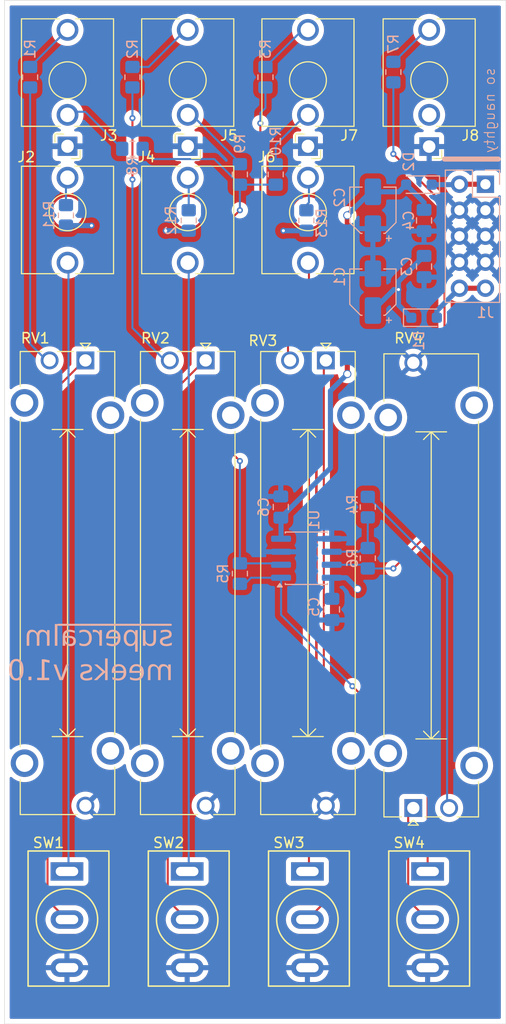
<source format=kicad_pcb>
(kicad_pcb (version 20241229) (generator "pcbnew") (generator_version "9.0")
  (layers (0 "F.Cu" signal) (2 "B.Cu" signal) (13 "F.Paste" user) (15 "B.Paste" user) (5 "F.SilkS" user "F.Silkscreen") (7 "B.SilkS" user "B.Silkscreen") (1 "F.Mask" user) (3 "B.Mask" user) (25 "Edge.Cuts" user))
  (net 0 "")
  (net 1 "+12V")
  (net 2 "GND")
  (net 3 "-12V")
  (net 4 "Net-(D1-A)")
  (net 5 "Net-(D2-K)")
  (net 6 "Net-(U1A--)")
  (net 7 "Net-(R1-Pad1)")
  (net 8 "Net-(R2-Pad1)")
  (net 9 "Net-(R3-Pad1)")
  (net 10 "Net-(U1B--)")
  (net 11 "Net-(R4-Pad1)")
  (net 12 "Net-(J3-Pad3)")
  (net 13 "Net-(J5-Pad3)")
  (net 14 "Net-(J7-Pad3)")
  (net 15 "Net-(J8-Pad3)")
  (net 17 "Net-(R6-Pad2)")
  (net 18 "Net-(SW1-A)")
  (net 19 "Net-(SW2-A)")
  (net 20 "Net-(SW3-A)")
  (net 21 "Net-(SW1-B)")
  (net 22 "Net-(SW2-B)")
  (net 23 "Net-(SW3-B)")
  (net 24 "Net-(J3-Pad2)")
  (net 25 "Net-(J5-Pad2)")
  (net 26 "Net-(J7-Pad2)")
  (net 27 "Net-(SW4-A)")
  (net 28 "Net-(SW4-B)")
  (net 29 "Net-(J2-Pad2)")
  (net 30 "Net-(J4-Pad2)")
  (net 31 "Net-(J6-Pad2)")
  (footprint "mong:Potentiometer_Bourns_PTA3043_Single_Slide" (layer "F.Cu") (at 239.95 128.9 90)
    (property "Reference" "RV4" (at 45.9 -0.45 180) (layer "F.SilkS"))
    (property "Value" "100k")
    (pad "1" thru_hole rect (at 0 0 90) (size 1.75 1.75) (drill 1.2) (layers "*.Cu" "*.Mask") (net 28 "Net-(SW4-B)"))
    (pad "2" thru_hole circle (at 0 3.5 90) (size 1.75 1.75) (drill 1.2) (layers "*.Cu" "*.Mask") (net 11 "Net-(R4-Pad1)"))
    (pad "3" thru_hole circle (at 43.5 0 90) (size 1.75 1.75) (drill 1.2) (layers "*.Cu" "*.Mask") (net 2 "GND"))
    (pad "MP" thru_hole circle (at 4.15 5.95 90) (size 2.7 2.7) (drill 1.7) (layers "*.Cu" "*.Mask"))
    (pad "MP" thru_hole circle (at 5.35 -2.45 90) (size 2.7 2.7) (drill 1.7) (layers "*.Cu" "*.Mask"))
    (pad "MP" thru_hole circle (at 38.15 -2.45 90) (size 2.7 2.7) (drill 1.7) (layers "*.Cu" "*.Mask"))
    (pad "MP" thru_hole circle (at 39.35 5.95 90) (size 2.7 2.7) (drill 1.7) (layers "*.Cu" "*.Mask"))
  )
  (footprint "benjiaomodular:ToggleSwitch_MTS-102_SPDT" (layer "F.Cu") (at 217.85 139.8)
    (property "Reference" "SW2" (at -1.8 -7.5 0) (layer "F.SilkS"))
    (property "Value" "SW_SPDT" (hide yes))
    (pad "1" thru_hole rect (at 0 -4.7) (size 3.2 1.8) (drill oval 2.2 0.9) (layers "*.Cu" "*.Mask") (net 19 "Net-(SW2-A)"))
    (pad "2" thru_hole oval (at 0 0) (size 3.2 1.8) (drill oval 2.2 0.9) (layers "*.Cu" "*.Mask") (net 22 "Net-(SW2-B)"))
    (pad "3" thru_hole oval (at 0 4.7) (size 3.2 1.8) (drill oval 2.2 0.9) (layers "*.Cu" "*.Mask") (net 2 "GND"))
  )
  (footprint "benjiaomodular:ToggleSwitch_MTS-102_SPDT" (layer "F.Cu") (at 241.35 139.8)
    (property "Reference" "SW4" (at -1.8 -7.5 0) (layer "F.SilkS"))
    (property "Value" "SW_SPDT" (hide yes))
    (pad "1" thru_hole rect (at 0 -4.7) (size 3.2 1.8) (drill oval 2.2 0.9) (layers "*.Cu" "*.Mask") (net 27 "Net-(SW4-A)"))
    (pad "2" thru_hole oval (at 0 0) (size 3.2 1.8) (drill oval 2.2 0.9) (layers "*.Cu" "*.Mask") (net 28 "Net-(SW4-B)"))
    (pad "3" thru_hole oval (at 0 4.7) (size 3.2 1.8) (drill oval 2.2 0.9) (layers "*.Cu" "*.Mask") (net 2 "GND"))
  )
  (footprint "mong:Thonkiconn_J398SM_Vertical_CircularHoles" (layer "F.Cu") (at 217.903678 64.22)
    (property "Reference" "J4" (at -4.03 1.08 0) (layer "F.SilkS"))
    (property "Value" "Jack")
    (pad "1" thru_hole rect (at 0 0 180) (size 1.93 1.83) (drill 1.22) (layers "*.Cu" "*.Mask") (net 2 "GND"))
    (pad "2" thru_hole circle (at 0 3.1 180) (size 2.13 2.13) (drill 1.42) (layers "*.Cu" "*.Mask") (net 30 "Net-(J4-Pad2)"))
    (pad "3" thru_hole circle (at 0 11.4 180) (size 2.13 2.13) (drill 1.43) (layers "*.Cu" "*.Mask") (net 19 "Net-(SW2-A)"))
    (zone (net 0) (net_name "") (layer "F.Cu") (connect_pads (clearance 0)) (min_thickness 0.254)
      (keepout (tracks not_allowed) (vias not_allowed) (pads not_allowed) (copperpour not_allowed) (footprints not_allowed))
      (fill (thermal_gap 0.508) (thermal_bridge_width 0.508))
      (polygon (pts (xy 219.408819 70.7) (xy 219.388608 70.454171) (xy 219.328519 70.214945) (xy 219.230164 69.988744) (xy 219.096186 69.781645) (xy 218.930182 69.59921) (xy 218.73661 69.446336) (xy 218.52067 69.327131) (xy 218.28816 69.244794) (xy 218.045324 69.201539) (xy 217.798685 69.198525) (xy 217.554865 69.235835) (xy 217.320412 69.312466) (xy 217.101624 69.42636) (xy 216.904375 69.574458) (xy 216.733964 69.752784) (xy 216.594966 69.956548) (xy 216.491114 70.180278) (xy 216.425197 70.417965) (xy 216.398986 70.663226) (xy 216.413185 70.909475) (xy 216.467412 71.150099) (xy 216.56021 71.378634) (xy 216.689089 71.588945) (xy 216.850586 71.775382) (xy 217.040365 71.932939) (xy 217.253328 72.057385) (xy 217.483757 72.145377) (xy 217.725463 72.194553) (xy 217.971956 72.203592) (xy 218.216614 72.17225) (xy 218.452869 72.10137) (xy 218.674375 71.992856) (xy 218.875183 71.849621) (xy 219.049901 71.675512) (xy 219.193836 71.475205) (xy 219.303123 71.254079) (xy 219.374827 71.018074) (xy 219.407022 70.773526)))
    )
  )
  (footprint "mong:Thonkiconn_J398SM_Vertical_CircularHoles" (layer "F.Cu") (at 206.153678 64.28 180)
    (property "Reference" "J3" (at -4.03 1.08 0) (layer "F.SilkS"))
    (property "Value" "Jack")
    (pad "1" thru_hole rect (at 0 0) (size 1.93 1.83) (drill 1.22) (layers "*.Cu" "*.Mask") (net 2 "GND"))
    (pad "2" thru_hole circle (at 0 3.1) (size 2.13 2.13) (drill 1.42) (layers "*.Cu" "*.Mask") (net 24 "Net-(J3-Pad2)"))
    (pad "3" thru_hole circle (at 0 11.4) (size 2.13 2.13) (drill 1.43) (layers "*.Cu" "*.Mask") (net 12 "Net-(J3-Pad3)"))
    (zone (net 0) (net_name "") (layer "F.Cu") (connect_pads (clearance 0)) (min_thickness 0.254)
      (keepout (tracks not_allowed) (vias not_allowed) (pads not_allowed) (copperpour not_allowed) (footprints not_allowed))
      (fill (thermal_gap 0.508) (thermal_bridge_width 0.508))
      (polygon (pts (xy 204.648537 57.8) (xy 204.668748 58.045829) (xy 204.728837 58.285055) (xy 204.827192 58.511256) (xy 204.96117 58.718355) (xy 205.127174 58.90079) (xy 205.320746 59.053664) (xy 205.536686 59.172869) (xy 205.769196 59.255206) (xy 206.012032 59.298461) (xy 206.258671 59.301475) (xy 206.502491 59.264165) (xy 206.736944 59.187534) (xy 206.955732 59.07364) (xy 207.152981 58.925542) (xy 207.323392 58.747216) (xy 207.46239 58.543452) (xy 207.566242 58.319722) (xy 207.632159 58.082035) (xy 207.65837 57.836774) (xy 207.644171 57.590525) (xy 207.589944 57.349901) (xy 207.497146 57.121366) (xy 207.368267 56.911055) (xy 207.20677 56.724618) (xy 207.016991 56.567061) (xy 206.804028 56.442615) (xy 206.573599 56.354623) (xy 206.331893 56.305447) (xy 206.0854 56.296408) (xy 205.840742 56.32775) (xy 205.604487 56.39863) (xy 205.382981 56.507144) (xy 205.182173 56.650379) (xy 205.007455 56.824488) (xy 204.86352 57.024795) (xy 204.754233 57.245921) (xy 204.682529 57.481926) (xy 204.650334 57.726474)))
    )
  )
  (footprint "mong:Potentiometer_Bourns_PTA3043_Single_Slide" (layer "F.Cu") (at 207.903678 85.172022 -90)
    (property "Reference" "RV1" (at -2.172022 4.903678 0) (layer "F.SilkS"))
    (property "Value" "100k")
    (pad "1" thru_hole rect (at 0 0 270) (size 1.75 1.75) (drill 1.2) (layers "*.Cu" "*.Mask") (net 21 "Net-(SW1-B)"))
    (pad "2" thru_hole circle (at 0 3.5 270) (size 1.75 1.75) (drill 1.2) (layers "*.Cu" "*.Mask") (net 7 "Net-(R1-Pad1)"))
    (pad "3" thru_hole circle (at 43.5 0 270) (size 1.75 1.75) (drill 1.2) (layers "*.Cu" "*.Mask") (net 2 "GND"))
    (pad "MP" thru_hole circle (at 4.15 5.95 270) (size 2.7 2.7) (drill 1.7) (layers "*.Cu" "*.Mask"))
    (pad "MP" thru_hole circle (at 5.35 -2.45 270) (size 2.7 2.7) (drill 1.7) (layers "*.Cu" "*.Mask"))
    (pad "MP" thru_hole circle (at 38.15 -2.45 270) (size 2.7 2.7) (drill 1.7) (layers "*.Cu" "*.Mask"))
    (pad "MP" thru_hole circle (at 39.35 5.95 270) (size 2.7 2.7) (drill 1.7) (layers "*.Cu" "*.Mask"))
  )
  (footprint "mong:Thonkiconn_J398SM_Vertical_CircularHoles" (layer "F.Cu") (at 229.653678 64.22)
    (property "Reference" "J6" (at -4.03 1.08 0) (layer "F.SilkS"))
    (property "Value" "Jack")
    (pad "1" thru_hole rect (at 0 0 180) (size 1.93 1.83) (drill 1.22) (layers "*.Cu" "*.Mask") (net 2 "GND"))
    (pad "2" thru_hole circle (at 0 3.1 180) (size 2.13 2.13) (drill 1.42) (layers "*.Cu" "*.Mask") (net 31 "Net-(J6-Pad2)"))
    (pad "3" thru_hole circle (at 0 11.4 180) (size 2.13 2.13) (drill 1.43) (layers "*.Cu" "*.Mask") (net 20 "Net-(SW3-A)"))
    (zone (net 0) (net_name "") (layer "F.Cu") (connect_pads (clearance 0)) (min_thickness 0.254)
      (keepout (tracks not_allowed) (vias not_allowed) (pads not_allowed) (copperpour not_allowed) (footprints not_allowed))
      (fill (thermal_gap 0.508) (thermal_bridge_width 0.508))
      (polygon (pts (xy 231.158819 70.7) (xy 231.138608 70.454171) (xy 231.078519 70.214945) (xy 230.980164 69.988744) (xy 230.846186 69.781645) (xy 230.680182 69.59921) (xy 230.48661 69.446336) (xy 230.27067 69.327131) (xy 230.03816 69.244794) (xy 229.795324 69.201539) (xy 229.548685 69.198525) (xy 229.304865 69.235835) (xy 229.070412 69.312466) (xy 228.851624 69.42636) (xy 228.654375 69.574458) (xy 228.483964 69.752784) (xy 228.344966 69.956548) (xy 228.241114 70.180278) (xy 228.175197 70.417965) (xy 228.148986 70.663226) (xy 228.163185 70.909475) (xy 228.217412 71.150099) (xy 228.31021 71.378634) (xy 228.439089 71.588945) (xy 228.600586 71.775382) (xy 228.790365 71.932939) (xy 229.003328 72.057385) (xy 229.233757 72.145377) (xy 229.475463 72.194553) (xy 229.721956 72.203592) (xy 229.966614 72.17225) (xy 230.202869 72.10137) (xy 230.424375 71.992856) (xy 230.625183 71.849621) (xy 230.799901 71.675512) (xy 230.943836 71.475205) (xy 231.053123 71.254079) (xy 231.124827 71.018074) (xy 231.157022 70.773526)))
    )
  )
  (footprint "mong:Thonkiconn_J398SM_Vertical_CircularHoles" (layer "F.Cu") (at 241.5 64.28 180)
    (property "Reference" "J8" (at -4.03 1.08 0) (layer "F.SilkS"))
    (property "Value" "Jack")
    (pad "1" thru_hole rect (at 0 0) (size 1.93 1.83) (drill 1.22) (layers "*.Cu" "*.Mask") (net 2 "GND"))
    (pad "2" thru_hole circle (at 0 3.1) (size 2.13 2.13) (drill 1.42) (layers "*.Cu" "*.Mask"))
    (pad "3" thru_hole circle (at 0 11.4) (size 2.13 2.13) (drill 1.43) (layers "*.Cu" "*.Mask") (net 15 "Net-(J8-Pad3)"))
    (zone (net 0) (net_name "") (layer "F.Cu") (connect_pads (clearance 0)) (min_thickness 0.254)
      (keepout (tracks not_allowed) (vias not_allowed) (pads not_allowed) (copperpour not_allowed) (footprints not_allowed))
      (fill (thermal_gap 0.508) (thermal_bridge_width 0.508))
      (polygon (pts (xy 239.994859 57.8) (xy 240.01507 58.045829) (xy 240.075159 58.285055) (xy 240.173514 58.511256) (xy 240.307492 58.718355) (xy 240.473496 58.90079) (xy 240.667068 59.053664) (xy 240.883008 59.172869) (xy 241.115518 59.255206) (xy 241.358354 59.298461) (xy 241.604993 59.301475) (xy 241.848813 59.264165) (xy 242.083266 59.187534) (xy 242.302054 59.07364) (xy 242.499303 58.925542) (xy 242.669714 58.747216) (xy 242.808712 58.543452) (xy 242.912564 58.319722) (xy 242.978481 58.082035) (xy 243.004692 57.836774) (xy 242.990493 57.590525) (xy 242.936266 57.349901) (xy 242.843468 57.121366) (xy 242.714589 56.911055) (xy 242.553092 56.724618) (xy 242.363313 56.567061) (xy 242.15035 56.442615) (xy 241.919921 56.354623) (xy 241.678215 56.305447) (xy 241.431722 56.296408) (xy 241.187064 56.32775) (xy 240.950809 56.39863) (xy 240.729303 56.507144) (xy 240.528495 56.650379) (xy 240.353777 56.824488) (xy 240.209842 57.024795) (xy 240.100555 57.245921) (xy 240.028851 57.481926) (xy 239.996656 57.726474)))
    )
  )
  (footprint "mong:Thonkiconn_J398SM_Vertical_CircularHoles" (layer "F.Cu") (at 206.153678 64.22)
    (property "Reference" "J2" (at -4.03 1.08 0) (layer "F.SilkS"))
    (property "Value" "Jack")
    (pad "1" thru_hole rect (at 0 0 180) (size 1.93 1.83) (drill 1.22) (layers "*.Cu" "*.Mask") (net 2 "GND"))
    (pad "2" thru_hole circle (at 0 3.1 180) (size 2.13 2.13) (drill 1.42) (layers "*.Cu" "*.Mask") (net 29 "Net-(J2-Pad2)"))
    (pad "3" thru_hole circle (at 0 11.4 180) (size 2.13 2.13) (drill 1.43) (layers "*.Cu" "*.Mask") (net 18 "Net-(SW1-A)"))
    (zone (net 0) (net_name "") (layer "F.Cu") (connect_pads (clearance 0)) (min_thickness 0.254)
      (keepout (tracks not_allowed) (vias not_allowed) (pads not_allowed) (copperpour not_allowed) (footprints not_allowed))
      (fill (thermal_gap 0.508) (thermal_bridge_width 0.508))
      (polygon (pts (xy 207.658819 70.7) (xy 207.638608 70.454171) (xy 207.578519 70.214945) (xy 207.480164 69.988744) (xy 207.346186 69.781645) (xy 207.180182 69.59921) (xy 206.98661 69.446336) (xy 206.77067 69.327131) (xy 206.53816 69.244794) (xy 206.295324 69.201539) (xy 206.048685 69.198525) (xy 205.804865 69.235835) (xy 205.570412 69.312466) (xy 205.351624 69.42636) (xy 205.154375 69.574458) (xy 204.983964 69.752784) (xy 204.844966 69.956548) (xy 204.741114 70.180278) (xy 204.675197 70.417965) (xy 204.648986 70.663226) (xy 204.663185 70.909475) (xy 204.717412 71.150099) (xy 204.81021 71.378634) (xy 204.939089 71.588945) (xy 205.100586 71.775382) (xy 205.290365 71.932939) (xy 205.503328 72.057385) (xy 205.733757 72.145377) (xy 205.975463 72.194553) (xy 206.221956 72.203592) (xy 206.466614 72.17225) (xy 206.702869 72.10137) (xy 206.924375 71.992856) (xy 207.125183 71.849621) (xy 207.299901 71.675512) (xy 207.443836 71.475205) (xy 207.553123 71.254079) (xy 207.624827 71.018074) (xy 207.657022 70.773526)))
    )
  )
  (footprint "mong:Thonkiconn_J398SM_Vertical_CircularHoles" (layer "F.Cu") (at 217.903678 64.28 180)
    (property "Reference" "J5" (at -4.03 1.08 0) (layer "F.SilkS"))
    (property "Value" "Jack")
    (pad "1" thru_hole rect (at 0 0) (size 1.93 1.83) (drill 1.22) (layers "*.Cu" "*.Mask") (net 2 "GND"))
    (pad "2" thru_hole circle (at 0 3.1) (size 2.13 2.13) (drill 1.42) (layers "*.Cu" "*.Mask") (net 25 "Net-(J5-Pad2)"))
    (pad "3" thru_hole circle (at 0 11.4) (size 2.13 2.13) (drill 1.43) (layers "*.Cu" "*.Mask") (net 13 "Net-(J5-Pad3)"))
    (zone (net 0) (net_name "") (layer "F.Cu") (connect_pads (clearance 0)) (min_thickness 0.254)
      (keepout (tracks not_allowed) (vias not_allowed) (pads not_allowed) (copperpour not_allowed) (footprints not_allowed))
      (fill (thermal_gap 0.508) (thermal_bridge_width 0.508))
      (polygon (pts (xy 216.398537 57.8) (xy 216.418748 58.045829) (xy 216.478837 58.285055) (xy 216.577192 58.511256) (xy 216.71117 58.718355) (xy 216.877174 58.90079) (xy 217.070746 59.053664) (xy 217.286686 59.172869) (xy 217.519196 59.255206) (xy 217.762032 59.298461) (xy 218.008671 59.301475) (xy 218.252491 59.264165) (xy 218.486944 59.187534) (xy 218.705732 59.07364) (xy 218.902981 58.925542) (xy 219.073392 58.747216) (xy 219.21239 58.543452) (xy 219.316242 58.319722) (xy 219.382159 58.082035) (xy 219.40837 57.836774) (xy 219.394171 57.590525) (xy 219.339944 57.349901) (xy 219.247146 57.121366) (xy 219.118267 56.911055) (xy 218.95677 56.724618) (xy 218.766991 56.567061) (xy 218.554028 56.442615) (xy 218.323599 56.354623) (xy 218.081893 56.305447) (xy 217.8354 56.296408) (xy 217.590742 56.32775) (xy 217.354487 56.39863) (xy 217.132981 56.507144) (xy 216.932173 56.650379) (xy 216.757455 56.824488) (xy 216.61352 57.024795) (xy 216.504233 57.245921) (xy 216.432529 57.481926) (xy 216.400334 57.726474)))
    )
  )
  (footprint "benjiaomodular:ToggleSwitch_MTS-102_SPDT" (layer "F.Cu") (at 229.6 139.8)
    (property "Reference" "SW3" (at -1.8 -7.5 0) (layer "F.SilkS"))
    (property "Value" "SW_SPDT" (hide yes))
    (pad "1" thru_hole rect (at 0 -4.7) (size 3.2 1.8) (drill oval 2.2 0.9) (layers "*.Cu" "*.Mask") (net 20 "Net-(SW3-A)"))
    (pad "2" thru_hole oval (at 0 0) (size 3.2 1.8) (drill oval 2.2 0.9) (layers "*.Cu" "*.Mask") (net 23 "Net-(SW3-B)"))
    (pad "3" thru_hole oval (at 0 4.7) (size 3.2 1.8) (drill oval 2.2 0.9) (layers "*.Cu" "*.Mask") (net 2 "GND"))
  )
  (footprint "benjiaomodular:ToggleSwitch_MTS-102_SPDT" (layer "F.Cu") (at 206.1 139.8)
    (property "Reference" "SW1" (at -1.8 -7.5 0) (layer "F.SilkS"))
    (property "Value" "SW_SPDT" (hide yes))
    (pad "1" thru_hole rect (at 0 -4.7) (size 3.2 1.8) (drill oval 2.2 0.9) (layers "*.Cu" "*.Mask") (net 18 "Net-(SW1-A)"))
    (pad "2" thru_hole oval (at 0 0) (size 3.2 1.8) (drill oval 2.2 0.9) (layers "*.Cu" "*.Mask") (net 21 "Net-(SW1-B)"))
    (pad "3" thru_hole oval (at 0 4.7) (size 3.2 1.8) (drill oval 2.2 0.9) (layers "*.Cu" "*.Mask") (net 2 "GND"))
  )
  (footprint "mong:Thonkiconn_J398SM_Vertical_CircularHoles" (layer "F.Cu") (at 229.653678 64.28 180)
    (property "Reference" "J7" (at -4.03 1.08 0) (layer "F.SilkS"))
    (property "Value" "Jack")
    (pad "1" thru_hole rect (at 0 0) (size 1.93 1.83) (drill 1.22) (layers "*.Cu" "*.Mask") (net 2 "GND"))
    (pad "2" thru_hole circle (at 0 3.1) (size 2.13 2.13) (drill 1.42) (layers "*.Cu" "*.Mask") (net 26 "Net-(J7-Pad2)"))
    (pad "3" thru_hole circle (at 0 11.4) (size 2.13 2.13) (drill 1.43) (layers "*.Cu" "*.Mask") (net 14 "Net-(J7-Pad3)"))
    (zone (net 0) (net_name "") (layer "F.Cu") (connect_pads (clearance 0)) (min_thickness 0.254)
      (keepout (tracks not_allowed) (vias not_allowed) (pads not_allowed) (copperpour not_allowed) (footprints not_allowed))
      (fill (thermal_gap 0.508) (thermal_bridge_width 0.508))
      (polygon (pts (xy 228.148537 57.8) (xy 228.168748 58.045829) (xy 228.228837 58.285055) (xy 228.327192 58.511256) (xy 228.46117 58.718355) (xy 228.627174 58.90079) (xy 228.820746 59.053664) (xy 229.036686 59.172869) (xy 229.269196 59.255206) (xy 229.512032 59.298461) (xy 229.758671 59.301475) (xy 230.002491 59.264165) (xy 230.236944 59.187534) (xy 230.455732 59.07364) (xy 230.652981 58.925542) (xy 230.823392 58.747216) (xy 230.96239 58.543452) (xy 231.066242 58.319722) (xy 231.132159 58.082035) (xy 231.15837 57.836774) (xy 231.144171 57.590525) (xy 231.089944 57.349901) (xy 230.997146 57.121366) (xy 230.868267 56.911055) (xy 230.70677 56.724618) (xy 230.516991 56.567061) (xy 230.304028 56.442615) (xy 230.073599 56.354623) (xy 229.831893 56.305447) (xy 229.5854 56.296408) (xy 229.340742 56.32775) (xy 229.104487 56.39863) (xy 228.882981 56.507144) (xy 228.682173 56.650379) (xy 228.507455 56.824488) (xy 228.36352 57.024795) (xy 228.254233 57.245921) (xy 228.182529 57.481926) (xy 228.150334 57.726474)))
    )
  )
  (footprint "mong:Potentiometer_Bourns_PTA3043_Single_Slide" (layer "F.Cu") (at 231.403678 85.172022 -90)
    (property "Reference" "RV3" (at -1.922022 6.153678 0) (layer "F.SilkS"))
    (property "Value" "100k")
    (pad "1" thru_hole rect (at 0 0 270) (size 1.75 1.75) (drill 1.2) (layers "*.Cu" "*.Mask") (net 23 "Net-(SW3-B)"))
    (pad "2" thru_hole circle (at 0 3.5 270) (size 1.75 1.75) (drill 1.2) (layers "*.Cu" "*.Mask") (net 9 "Net-(R3-Pad1)"))
    (pad "3" thru_hole circle (at 43.5 0 270) (size 1.75 1.75) (drill 1.2) (layers "*.Cu" "*.Mask") (net 2 "GND"))
    (pad "MP" thru_hole circle (at 4.15 5.95 270) (size 2.7 2.7) (drill 1.7) (layers "*.Cu" "*.Mask"))
    (pad "MP" thru_hole circle (at 5.35 -2.45 270) (size 2.7 2.7) (drill 1.7) (layers "*.Cu" "*.Mask"))
    (pad "MP" thru_hole circle (at 38.15 -2.45 270) (size 2.7 2.7) (drill 1.7) (layers "*.Cu" "*.Mask"))
    (pad "MP" thru_hole circle (at 39.35 5.95 270) (size 2.7 2.7) (drill 1.7) (layers "*.Cu" "*.Mask"))
  )
  (footprint "mong:Potentiometer_Bourns_PTA3043_Single_Slide" (layer "F.Cu") (at 219.653678 85.172022 -90)
    (property "Reference" "RV2" (at -2.172022 4.903678 0) (layer "F.SilkS"))
    (property "Value" "100k")
    (pad "1" thru_hole rect (at 0 0 270) (size 1.75 1.75) (drill 1.2) (layers "*.Cu" "*.Mask") (net 22 "Net-(SW2-B)"))
    (pad "2" thru_hole circle (at 0 3.5 270) (size 1.75 1.75) (drill 1.2) (layers "*.Cu" "*.Mask") (net 8 "Net-(R2-Pad1)"))
    (pad "3" thru_hole circle (at 43.5 0 270) (size 1.75 1.75) (drill 1.2) (layers "*.Cu" "*.Mask") (net 2 "GND"))
    (pad "MP" thru_hole circle (at 4.15 5.95 270) (size 2.7 2.7) (drill 1.7) (layers "*.Cu" "*.Mask"))
    (pad "MP" thru_hole circle (at 5.35 -2.45 270) (size 2.7 2.7) (drill 1.7) (layers "*.Cu" "*.Mask"))
    (pad "MP" thru_hole circle (at 38.15 -2.45 270) (size 2.7 2.7) (drill 1.7) (layers "*.Cu" "*.Mask"))
    (pad "MP" thru_hole circle (at 39.35 5.95 270) (size 2.7 2.7) (drill 1.7) (layers "*.Cu" "*.Mask"))
  )
  (footprint "Package_SO:SOIC-8_3.9x4.9mm_P1.27mm" (layer "B.Cu") (at 229.5 104.5)
    (property "Reference" "U1" (at 0.75 -3.75 270) (layer "B.SilkS") (effects (justify mirror)))
    (property "Value" "TL072")
    (pad "1" smd roundrect (at -2.475 1.905) (size 1.95 0.6) (layers "B.Cu" "B.Mask" "B.Paste") (net 27 "Net-(SW4-A)"))
    (pad "2" smd roundrect (at -2.475 0.635) (size 1.95 0.6) (layers "B.Cu" "B.Mask" "B.Paste") (net 6 "Net-(U1A--)"))
    (pad "3" smd roundrect (at -2.475 -0.635) (size 1.95 0.6) (layers "B.Cu" "B.Mask" "B.Paste") (net 2 "GND"))
    (pad "4" smd roundrect (at -2.475 -1.905) (size 1.95 0.6) (layers "B.Cu" "B.Mask" "B.Paste") (net 3 "-12V"))
    (pad "5" smd roundrect (at 2.475 -1.905) (size 1.95 0.6) (layers "B.Cu" "B.Mask" "B.Paste") (net 2 "GND"))
    (pad "6" smd roundrect (at 2.475 -0.635) (size 1.95 0.6) (layers "B.Cu" "B.Mask" "B.Paste") (net 10 "Net-(U1B--)"))
    (pad "7" smd roundrect (at 2.475 0.635) (size 1.95 0.6) (layers "B.Cu" "B.Mask" "B.Paste") (net 17 "Net-(R6-Pad2)"))
    (pad "8" smd roundrect (at 2.475 1.905) (size 1.95 0.6) (layers "B.Cu" "B.Mask" "B.Paste") (net 1 "+12V"))
  )
  (footprint "Resistor_SMD:R_0805_2012Metric_Pad1.20x1.40mm_HandSolder" (layer "B.Cu") (at 238 57 90)
    (property "Reference" "R7" (at 2.75 0 90) (layer "B.SilkS") (effects (justify mirror)))
    (property "Value" "1k")
    (pad "1" smd roundrect (at -1 0 90) (size 1.2 1.4) (layers "B.Cu" "B.Mask" "B.Paste") (roundrect_rratio 0.208333) (net 17 "Net-(R6-Pad2)"))
    (pad "2" smd roundrect (at 1 0 90) (size 1.2 1.4) (layers "B.Cu" "B.Mask" "B.Paste") (roundrect_rratio 0.208333) (net 15 "Net-(J8-Pad3)"))
  )
  (footprint "Capacitor_SMD:C_0805_2012Metric_Pad1.18x1.45mm_HandSolder" (layer "B.Cu") (at 232 109.5 -90)
    (property "Reference" "C5" (at -0.25 1.75 90) (layer "B.SilkS") (effects (justify mirror)))
    (property "Value" "100nF")
    (pad "1" smd roundrect (at -1.0375 0 270) (size 1.175 1.45) (layers "B.Cu" "B.Mask" "B.Paste") (roundrect_rratio 0.212766) (net 1 "+12V"))
    (pad "2" smd roundrect (at 1.0375 0 270) (size 1.175 1.45) (layers "B.Cu" "B.Mask" "B.Paste") (roundrect_rratio 0.212766) (net 2 "GND"))
  )
  (footprint "Resistor_SMD:R_0805_2012Metric_Pad1.20x1.40mm_HandSolder" (layer "B.Cu") (at 223 106 -90)
    (property "Reference" "R5" (at 0 1.65 90) (layer "B.SilkS") (effects (justify mirror)))
    (property "Value" "100k")
    (pad "1" smd roundrect (at -1 0 270) (size 1.2 1.4) (layers "B.Cu" "B.Mask" "B.Paste") (roundrect_rratio 0.208333) (net 6 "Net-(U1A--)"))
    (pad "2" smd roundrect (at 1 0 270) (size 1.2 1.4) (layers "B.Cu" "B.Mask" "B.Paste") (roundrect_rratio 0.208333) (net 27 "Net-(SW4-A)"))
  )
  (footprint "Resistor_SMD:R_0805_2012Metric_Pad1.20x1.40mm_HandSolder" (layer "B.Cu") (at 218 71.5 -90)
    (property "Reference" "R12" (at 0 1.75 90) (layer "B.SilkS") (effects (justify mirror)))
    (property "Value" "22k")
    (pad "1" smd roundrect (at -1 0 270) (size 1.2 1.4) (layers "B.Cu" "B.Mask" "B.Paste") (roundrect_rratio 0.208333) (net 30 "Net-(J4-Pad2)"))
    (pad "2" smd roundrect (at 1 0 270) (size 1.2 1.4) (layers "B.Cu" "B.Mask" "B.Paste") (roundrect_rratio 0.208333) (net 1 "+12V"))
  )
  (footprint "Resistor_SMD:R_0805_2012Metric_Pad1.20x1.40mm_HandSolder" (layer "B.Cu") (at 235.5 104.5 -90)
    (property "Reference" "R6" (at 0 1.5 90) (layer "B.SilkS") (effects (justify mirror)))
    (property "Value" "100k")
    (pad "1" smd roundrect (at -1 0 270) (size 1.2 1.4) (layers "B.Cu" "B.Mask" "B.Paste") (roundrect_rratio 0.208333) (net 10 "Net-(U1B--)"))
    (pad "2" smd roundrect (at 1 0 270) (size 1.2 1.4) (layers "B.Cu" "B.Mask" "B.Paste") (roundrect_rratio 0.208333) (net 17 "Net-(R6-Pad2)"))
  )
  (footprint "Resistor_SMD:R_0805_2012Metric_Pad1.20x1.40mm_HandSolder" (layer "B.Cu") (at 206 71 -90)
    (property "Reference" "R11" (at 0 1.65 90) (layer "B.SilkS") (effects (justify mirror)))
    (property "Value" "22k")
    (pad "1" smd roundrect (at -1 0 270) (size 1.2 1.4) (layers "B.Cu" "B.Mask" "B.Paste") (roundrect_rratio 0.208333) (net 29 "Net-(J2-Pad2)"))
    (pad "2" smd roundrect (at 1 0 270) (size 1.2 1.4) (layers "B.Cu" "B.Mask" "B.Paste") (roundrect_rratio 0.208333) (net 1 "+12V"))
  )
  (footprint "Capacitor_SMD:CP_Elec_4x3" (layer "B.Cu") (at 236 70.5 90)
    (property "Reference" "C2" (at 1.25 -3.25 90) (layer "B.SilkS") (effects (justify mirror)))
    (property "Value" "10uF")
    (pad "1" smd roundrect (at -1.8 0 90) (size 2.6 1.6) (layers "B.Cu" "B.Mask" "B.Paste") (roundrect_rratio 0.15625) (net 2 "GND"))
    (pad "2" smd roundrect (at 1.8 0 90) (size 2.6 1.6) (layers "B.Cu" "B.Mask" "B.Paste") (roundrect_rratio 0.15625) (net 3 "-12V"))
  )
  (footprint "Resistor_SMD:R_0805_2012Metric_Pad1.20x1.40mm_HandSolder" (layer "B.Cu") (at 235.5 99.5 -90)
    (property "Reference" "R4" (at -0.25 1.5 90) (layer "B.SilkS") (effects (justify mirror)))
    (property "Value" "100k")
    (pad "1" smd roundrect (at -1 0 270) (size 1.2 1.4) (layers "B.Cu" "B.Mask" "B.Paste") (roundrect_rratio 0.208333) (net 11 "Net-(R4-Pad1)"))
    (pad "2" smd roundrect (at 1 0 270) (size 1.2 1.4) (layers "B.Cu" "B.Mask" "B.Paste") (roundrect_rratio 0.208333) (net 10 "Net-(U1B--)"))
  )
  (footprint "Resistor_SMD:R_0805_2012Metric_Pad1.20x1.40mm_HandSolder" (layer "B.Cu") (at 212.5 64.5)
    (property "Reference" "R8" (at 0 1.65 270) (layer "B.SilkS") (effects (justify mirror)))
    (property "Value" "100k")
    (pad "1" smd roundrect (at -1 0) (size 1.2 1.4) (layers "B.Cu" "B.Mask" "B.Paste") (roundrect_rratio 0.208333) (net 24 "Net-(J3-Pad2)"))
    (pad "2" smd roundrect (at 1 0) (size 1.2 1.4) (layers "B.Cu" "B.Mask" "B.Paste") (roundrect_rratio 0.208333) (net 6 "Net-(U1A--)"))
  )
  (footprint "Capacitor_SMD:CP_Elec_4x3" (layer "B.Cu") (at 236 78.5 90)
    (property "Reference" "C1" (at 1.5 -3.25 90) (layer "B.SilkS") (effects (justify mirror)))
    (property "Value" "10uF")
    (pad "1" smd roundrect (at -1.8 0 90) (size 2.6 1.6) (layers "B.Cu" "B.Mask" "B.Paste") (roundrect_rratio 0.15625) (net 1 "+12V"))
    (pad "2" smd roundrect (at 1.8 0 90) (size 2.6 1.6) (layers "B.Cu" "B.Mask" "B.Paste") (roundrect_rratio 0.15625) (net 2 "GND"))
  )
  (footprint "Connector_PinHeader_2.54mm:PinHeader_2x05_P2.54mm_Vertical" (layer "B.Cu") (at 247 67.96 180)
    (property "Reference" "J1" (at 0 -12.54 0) (layer "B.SilkS") (effects (justify mirror)))
    (property "Value" "Conn_02x05_Odd_Even" (hide yes))
    (pad "1" thru_hole rect (at 0 0 180) (size 1.7 1.7) (drill 1) (layers "*.Cu" "*.Mask") (net 5 "Net-(D2-K)"))
    (pad "2" thru_hole circle (at 2.54 0 180) (size 1.7 1.7) (drill 1) (layers "*.Cu" "*.Mask") (net 5 "Net-(D2-K)"))
    (pad "3" thru_hole circle (at 0 -2.54 180) (size 1.7 1.7) (drill 1) (layers "*.Cu" "*.Mask") (net 2 "GND"))
    (pad "4" thru_hole circle (at 2.54 -2.54 180) (size 1.7 1.7) (drill 1) (layers "*.Cu" "*.Mask") (net 2 "GND"))
    (pad "5" thru_hole circle (at 0 -5.08 180) (size 1.7 1.7) (drill 1) (layers "*.Cu" "*.Mask") (net 2 "GND"))
    (pad "6" thru_hole circle (at 2.54 -5.08 180) (size 1.7 1.7) (drill 1) (layers "*.Cu" "*.Mask") (net 2 "GND"))
    (pad "7" thru_hole circle (at 0 -7.62 180) (size 1.7 1.7) (drill 1) (layers "*.Cu" "*.Mask") (net 2 "GND"))
    (pad "8" thru_hole circle (at 2.54 -7.62 180) (size 1.7 1.7) (drill 1) (layers "*.Cu" "*.Mask") (net 2 "GND"))
    (pad "9" thru_hole circle (at 0 -10.16 180) (size 1.7 1.7) (drill 1) (layers "*.Cu" "*.Mask") (net 4 "Net-(D1-A)"))
    (pad "10" thru_hole circle (at 2.54 -10.16 180) (size 1.7 1.7) (drill 1) (layers "*.Cu" "*.Mask") (net 4 "Net-(D1-A)"))
  )
  (footprint "Resistor_SMD:R_0805_2012Metric_Pad1.20x1.40mm_HandSolder" (layer "B.Cu") (at 225.5 57.5 90)
    (property "Reference" "R3" (at 2.75 0 90) (layer "B.SilkS") (effects (justify mirror)))
    (property "Value" "1k")
    (pad "1" smd roundrect (at -1 0 90) (size 1.2 1.4) (layers "B.Cu" "B.Mask" "B.Paste") (roundrect_rratio 0.208333) (net 9 "Net-(R3-Pad1)"))
    (pad "2" smd roundrect (at 1 0 90) (size 1.2 1.4) (layers "B.Cu" "B.Mask" "B.Paste") (roundrect_rratio 0.208333) (net 14 "Net-(J7-Pad3)"))
  )
  (footprint "Capacitor_SMD:C_0805_2012Metric_Pad1.18x1.45mm_HandSolder" (layer "B.Cu") (at 241 76 -90)
    (property "Reference" "C3" (at 0 1.68 90) (layer "B.SilkS") (effects (justify mirror)))
    (property "Value" "100nF")
    (pad "1" smd roundrect (at -1.0375 0 270) (size 1.175 1.45) (layers "B.Cu" "B.Mask" "B.Paste") (roundrect_rratio 0.212766) (net 1 "+12V"))
    (pad "2" smd roundrect (at 1.0375 0 270) (size 1.175 1.45) (layers "B.Cu" "B.Mask" "B.Paste") (roundrect_rratio 0.212766) (net 2 "GND"))
  )
  (footprint "Capacitor_SMD:C_0805_2012Metric_Pad1.18x1.45mm_HandSolder" (layer "B.Cu") (at 227 99.5 -90)
    (property "Reference" "C6" (at 0 1.68 90) (layer "B.SilkS") (effects (justify mirror)))
    (property "Value" "100nF")
    (pad "1" smd roundrect (at -1.0375 0 270) (size 1.175 1.45) (layers "B.Cu" "B.Mask" "B.Paste") (roundrect_rratio 0.212766) (net 2 "GND"))
    (pad "2" smd roundrect (at 1.0375 0 270) (size 1.175 1.45) (layers "B.Cu" "B.Mask" "B.Paste") (roundrect_rratio 0.212766) (net 3 "-12V"))
  )
  (footprint "Capacitor_SMD:C_0805_2012Metric_Pad1.18x1.45mm_HandSolder" (layer "B.Cu") (at 241 71.5 90)
    (property "Reference" "C4" (at 0 -1.5 90) (layer "B.SilkS") (effects (justify mirror)))
    (property "Value" "100nF")
    (pad "1" smd roundrect (at -1.0375 0 90) (size 1.175 1.45) (layers "B.Cu" "B.Mask" "B.Paste") (roundrect_rratio 0.212766) (net 2 "GND"))
    (pad "2" smd roundrect (at 1.0375 0 90) (size 1.175 1.45) (layers "B.Cu" "B.Mask" "B.Paste") (roundrect_rratio 0.212766) (net 3 "-12V"))
  )
  (footprint "Resistor_SMD:R_0805_2012Metric_Pad1.20x1.40mm_HandSolder" (layer "B.Cu") (at 226.5 67 -90)
    (property "Reference" "R10" (at -3.25 0 90) (layer "B.SilkS") (effects (justify mirror)))
    (property "Value" "100k")
    (pad "1" smd roundrect (at -1 0 270) (size 1.2 1.4) (layers "B.Cu" "B.Mask" "B.Paste") (roundrect_rratio 0.208333) (net 26 "Net-(J7-Pad2)"))
    (pad "2" smd roundrect (at 1 0 270) (size 1.2 1.4) (layers "B.Cu" "B.Mask" "B.Paste") (roundrect_rratio 0.208333) (net 6 "Net-(U1A--)"))
  )
  (footprint "Diode_SMD:D_SOD-323_HandSoldering" (layer "B.Cu") (at 240.5 68 180)
    (property "Reference" "D2" (at 1 2.25 270) (layer "B.SilkS") (effects (justify mirror)))
    (property "Value" "1N5817" (hide yes))
    (pad "1" smd roundrect (at -1.25 0 180) (size 1 1) (layers "B.Cu" "B.Mask" "B.Paste") (net 5 "Net-(D2-K)"))
    (pad "2" smd roundrect (at 1.25 0 180) (size 1 1) (layers "B.Cu" "B.Mask" "B.Paste") (net 3 "-12V"))
  )
  (footprint "Resistor_SMD:R_0805_2012Metric_Pad1.20x1.40mm_HandSolder" (layer "B.Cu") (at 212.5 57.5 90)
    (property "Reference" "R2" (at 2.75 0 90) (layer "B.SilkS") (effects (justify mirror)))
    (property "Value" "1k")
    (pad "1" smd roundrect (at -1 0 90) (size 1.2 1.4) (layers "B.Cu" "B.Mask" "B.Paste") (roundrect_rratio 0.208333) (net 8 "Net-(R2-Pad1)"))
    (pad "2" smd roundrect (at 1 0 90) (size 1.2 1.4) (layers "B.Cu" "B.Mask" "B.Paste") (roundrect_rratio 0.208333) (net 13 "Net-(J5-Pad3)"))
  )
  (footprint "Resistor_SMD:R_0805_2012Metric_Pad1.20x1.40mm_HandSolder" (layer "B.Cu") (at 223 67 -90)
    (property "Reference" "R9" (at -3 0 90) (layer "B.SilkS") (effects (justify mirror)))
    (property "Value" "100k")
    (pad "1" smd roundrect (at -1 0 270) (size 1.2 1.4) (layers "B.Cu" "B.Mask" "B.Paste") (roundrect_rratio 0.208333) (net 25 "Net-(J5-Pad2)"))
    (pad "2" smd roundrect (at 1 0 270) (size 1.2 1.4) (layers "B.Cu" "B.Mask" "B.Paste") (roundrect_rratio 0.208333) (net 6 "Net-(U1A--)"))
  )
  (footprint "Resistor_SMD:R_0805_2012Metric_Pad1.20x1.40mm_HandSolder" (layer "B.Cu") (at 202.5 57.5 90)
    (property "Reference" "R1" (at 2.75 0 90) (layer "B.SilkS") (effects (justify mirror)))
    (property "Value" "1k")
    (pad "1" smd roundrect (at -1 0 90) (size 1.2 1.4) (layers "B.Cu" "B.Mask" "B.Paste") (roundrect_rratio 0.208333) (net 7 "Net-(R1-Pad1)"))
    (pad "2" smd roundrect (at 1 0 90) (size 1.2 1.4) (layers "B.Cu" "B.Mask" "B.Paste") (roundrect_rratio 0.208333) (net 12 "Net-(J3-Pad3)"))
  )
  (footprint "Resistor_SMD:R_0805_2012Metric_Pad1.20x1.40mm_HandSolder" (layer "B.Cu") (at 229.5 71.5 -90)
    (property "Reference" "R13" (at 0.25 -1.5 90) (layer "B.SilkS") (effects (justify mirror)))
    (property "Value" "22k")
    (pad "1" smd roundrect (at -1 0 270) (size 1.2 1.4) (layers "B.Cu" "B.Mask" "B.Paste") (roundrect_rratio 0.208333) (net 31 "Net-(J6-Pad2)"))
    (pad "2" smd roundrect (at 1 0 270) (size 1.2 1.4) (layers "B.Cu" "B.Mask" "B.Paste") (roundrect_rratio 0.208333) (net 1 "+12V"))
  )
  (footprint "Diode_SMD:D_SOD-323_HandSoldering" (layer "B.Cu") (at 241 81)
    (property "Reference" "D1" (at -0.5 2.25 270) (layer "B.SilkS") (effects (justify mirror)))
    (property "Value" "1N5817" (hide yes))
    (pad "1" smd roundrect (at -1.25 0) (size 1 1) (layers "B.Cu" "B.Mask" "B.Paste") (net 1 "+12V"))
    (pad "2" smd roundrect (at 1.25 0) (size 1 1) (layers "B.Cu" "B.Mask" "B.Paste") (net 4 "Net-(D1-A)"))
  )
  (gr_line (start 216.25 111) (end 205.25 111) (stroke (width 0.2)) (layer "B.SilkS"))
  (gr_line (start 248.25 65.5) (end 243 65.5) (stroke (width 0.5)) (layer "B.SilkS"))
  (gr_rect (start 200 50) (end 249 150) (stroke (width 0.05)) (fill no) (layer "Edge.Cuts"))
  (gr_text "supercalm\nmeeks v1.0" (at 216.5 116.75 0) (layer "B.SilkS") (effects (font (size 2 2) (thickness 0.1)) (justify left bottom mirror)))
  (gr_text "so naughty" (at 248 60.75 90) (layer "B.SilkS") (effects (font (size 1 1) (thickness 0.1)) (justify bottom mirror)))
  (via (at 227.25 72.5) (size 0.6) (drill 0.3) (layers "F.Cu" "B.Cu") (net 1))
  (via (at 208.5 72) (size 0.6) (drill 0.3) (layers "F.Cu" "B.Cu") (net 1))
  (via (at 234.5 107.5) (size 0.8) (drill 0.6) (layers "F.Cu" "B.Cu") (net 1))
  (via (at 238.5 78.25) (size 0.6) (drill 0.3) (layers "F.Cu" "B.Cu") (net 1))
  (via (at 215.75 72.5) (size 0.6) (drill 0.3) (layers "F.Cu" "B.Cu") (net 1))
  (segment (start 238.5 78.25) (end 238.05 78.25) (width 0.5) (layer "B.Cu") (net 1))
  (segment (start 238.5 78.25) (end 238.5 79.75) (width 0.5) (layer "B.Cu") (net 1))
  (segment (start 231.975 106.405) (end 231.975 108.4375) (width 0.5) (layer "B.Cu") (net 1))
  (segment (start 208.5 72) (end 206 72) (width 0.5) (layer "B.Cu") (net 1))
  (segment (start 231.975 108.4375) (end 232 108.4625) (width 0.5) (layer "B.Cu") (net 1))
  (segment (start 238.5 79.75) (end 239.75 81) (width 0.5) (layer "B.Cu") (net 1))
  (segment (start 238.05 78.25) (end 236 80.3) (width 0.5) (layer "B.Cu") (net 1))
  (segment (start 218 72.5) (end 215.75 72.5) (width 0.5) (layer "B.Cu") (net 1))
  (segment (start 238.5 78.25) (end 238.5 77.4625) (width 0.5) (layer "B.Cu") (net 1))
  (segment (start 233.405 106.405) (end 234.5 107.5) (width 0.5) (layer "B.Cu") (net 1))
  (segment (start 238.5 77.4625) (end 241 74.9625) (width 0.5) (layer "B.Cu") (net 1))
  (segment (start 231.975 106.405) (end 233.405 106.405) (width 0.5) (layer "B.Cu") (net 1))
  (segment (start 227.25 72.5) (end 229.5 72.5) (width 0.5) (layer "B.Cu") (net 1))
  (segment (start 233.5 71) (end 233.5 86.5) (width 0.5) (layer "F.Cu") (net 3))
  (via (at 233.5 86.5) (size 0.8) (drill 0.6) (layers "F.Cu" "B.Cu") (net 3))
  (via (at 233.5 71) (size 0.8) (drill 0.6) (layers "F.Cu" "B.Cu") (net 3))
  (segment (start 231.852678 95.684822) (end 231.852678 88.147322) (width 0.5) (layer "B.Cu") (net 3))
  (segment (start 227.4625 100.5375) (end 227 100.5375) (width 0.5) (layer "B.Cu") (net 3))
  (segment (start 241 69.75) (end 239.25 68) (width 0.5) (layer "B.Cu") (net 3))
  (segment (start 236 68.7) (end 238.55 68.7) (width 0.5) (layer "B.Cu") (net 3))
  (segment (start 227 100.5375) (end 231.852678 95.684822) (width 0.5) (layer "B.Cu") (net 3))
  (segment (start 231.852678 88.147322) (end 233.5 86.5) (width 0.5) (layer "B.Cu") (net 3))
  (segment (start 236 68.7) (end 235.8 68.7) (width 0.5) (layer "B.Cu") (net 3))
  (segment (start 241 70.4625) (end 241 69.75) (width 0.5) (layer "B.Cu") (net 3))
  (segment (start 238.55 68.7) (end 239.25 68) (width 0.5) (layer "B.Cu") (net 3))
  (segment (start 227.025 100.5625) (end 227 100.5375) (width 0.5) (layer "B.Cu") (net 3))
  (segment (start 235.8 68.7) (end 233.5 71) (width 0.5) (layer "B.Cu") (net 3))
  (segment (start 227.025 102.595) (end 227.025 100.5625) (width 0.5) (layer "B.Cu") (net 3))
  (segment (start 247 78.12) (end 244.46 78.12) (width 0.5) (layer "F.Cu") (net 4))
  (segment (start 242.25 81) (end 242.25 80.33) (width 0.5) (layer "B.Cu") (net 4))
  (segment (start 242.25 80.33) (end 244.46 78.12) (width 0.5) (layer "B.Cu") (net 4))
  (segment (start 247 67.96) (end 244.46 67.96) (width 0.5) (layer "F.Cu") (net 5))
  (segment (start 241.75 68) (end 244.42 68) (width 0.5) (layer "B.Cu") (net 5))
  (segment (start 244.42 68) (end 244.46 67.96) (width 0.5) (layer "B.Cu") (net 5))
  (segment (start 222 86.5) (end 219.25 89.25) (width 0.2) (layer "F.Cu") (net 6))
  (segment (start 219.25 89.25) (end 219.25 91.25) (width 0.2) (layer "F.Cu") (net 6))
  (segment (start 222 71.5) (end 222 86.5) (width 0.2) (layer "F.Cu") (net 6))
  (segment (start 219.25 91.25) (end 223 95) (width 0.2) (layer "F.Cu") (net 6))
  (segment (start 223 70.5) (end 222 71.5) (width 0.2) (layer "F.Cu") (net 6))
  (via (at 223 95) (size 0.6) (drill 0.3) (layers "F.Cu" "B.Cu") (net 6))
  (via (at 223 70.5) (size 0.6) (drill 0.3) (layers "F.Cu" "B.Cu") (net 6))
  (segment (start 223 105) (end 223 95) (width 0.2) (layer "B.Cu") (net 6))
  (segment (start 223 105) (end 226.89 105) (width 0.2) (layer "B.Cu") (net 6))
  (segment (start 223 68) (end 220.5 65.5) (width 0.2) (layer "B.Cu") (net 6))
  (segment (start 226.5 68) (end 223 68) (width 0.2) (layer "B.Cu") (net 6))
  (segment (start 226.89 105) (end 227.025 105.135) (width 0.2) (layer "B.Cu") (net 6))
  (segment (start 223 70.5) (end 223 68) (width 0.2) (layer "B.Cu") (net 6))
  (segment (start 214.5 65.5) (end 213.5 64.5) (width 0.2) (layer "B.Cu") (net 6))
  (segment (start 220.5 65.5) (end 214.5 65.5) (width 0.2) (layer "B.Cu") (net 6))
  (segment (start 202.5 58.5) (end 202.5 83.568344) (width 0.2) (layer "B.Cu") (net 7))
  (segment (start 202.5 83.568344) (end 204.203678 85.272022) (width 0.2) (layer "B.Cu") (net 7))
  (segment (start 212.5 61.5) (end 212.5 67.5) (width 0.2) (layer "F.Cu") (net 8))
  (via (at 212.5 61.5) (size 0.6) (drill 0.3) (layers "F.Cu" "B.Cu") (net 8))
  (via (at 212.5 67.5) (size 0.6) (drill 0.3) (layers "F.Cu" "B.Cu") (net 8))
  (segment (start 215.772022 85.272022) (end 215.953678 85.272022) (width 0.2) (layer "B.Cu") (net 8))
  (segment (start 212.5 82) (end 215.772022 85.272022) (width 0.2) (layer "B.Cu") (net 8))
  (segment (start 212.5 67.5) (end 212.5 82) (width 0.2) (layer "B.Cu") (net 8))
  (segment (start 212.5 58.5) (end 212.5 61.5) (width 0.2) (layer "B.Cu") (net 8))
  (segment (start 227.703678 85.272022) (end 227.703678 79.203678) (width 0.2) (layer "F.Cu") (net 9))
  (segment (start 225 76.5) (end 225 62) (width 0.2) (layer "F.Cu") (net 9))
  (segment (start 227.703678 79.203678) (end 225 76.5) (width 0.2) (layer "F.Cu") (net 9))
  (via (at 225 62) (size 0.6) (drill 0.3) (layers "F.Cu" "B.Cu") (net 9))
  (segment (start 225 61) (end 225.5 60.5) (width 0.2) (layer "B.Cu") (net 9))
  (segment (start 225.5 60.5) (end 225.5 58.5) (width 0.2) (layer "B.Cu") (net 9))
  (segment (start 225 62) (end 225 61) (width 0.2) (layer "B.Cu") (net 9))
  (segment (start 235.5 100.5) (end 235.5 103.5) (width 0.2) (layer "B.Cu") (net 10))
  (segment (start 235.5 103.5) (end 235 103.5) (width 0.2) (layer "B.Cu") (net 10))
  (segment (start 235 103.5) (end 234.635 103.865) (width 0.2) (layer "B.Cu") (net 10))
  (segment (start 234.635 103.865) (end 231.975 103.865) (width 0.2) (layer "B.Cu") (net 10))
  (segment (start 243.25 106.25) (end 235.5 98.5) (width 0.2) (layer "B.Cu") (net 11))
  (segment (start 243.25 129) (end 243.25 106.25) (width 0.2) (layer "B.Cu") (net 11))
  (segment (start 206.25 52.75) (end 206.25 52.58) (width 0.2) (layer "B.Cu") (net 12))
  (segment (start 202.5 56.5) (end 206.25 52.75) (width 0.2) (layer "B.Cu") (net 12))
  (segment (start 212.5 56.5) (end 214.08 56.5) (width 0.2) (layer "B.Cu") (net 13))
  (segment (start 214.08 56.5) (end 218 52.58) (width 0.2) (layer "B.Cu") (net 13))
  (segment (start 225.5 56.5) (end 229.42 52.58) (width 0.2) (layer "B.Cu") (net 14))
  (segment (start 229.42 52.58) (end 229.75 52.58) (width 0.2) (layer "B.Cu") (net 14))
  (segment (start 238.08 56) (end 241.5 52.58) (width 0.2) (layer "B.Cu") (net 15))
  (segment (start 238 56) (end 238.08 56) (width 0.2) (layer "B.Cu") (net 15))
  (segment (start 238 65) (end 243 70) (width 0.2) (layer "F.Cu") (net 17))
  (segment (start 243 100.5) (end 238 105.5) (width 0.2) (layer "F.Cu") (net 17))
  (segment (start 243 70) (end 243 100.5) (width 0.2) (layer "F.Cu") (net 17))
  (via (at 238 105.5) (size 0.6) (drill 0.3) (layers "F.Cu" "B.Cu") (net 17))
  (via (at 238 65) (size 0.6) (drill 0.3) (layers "F.Cu" "B.Cu") (net 17))
  (segment (start 238 58) (end 238 65) (width 0.2) (layer "B.Cu") (net 17))
  (segment (start 231.975 105.135) (end 235.135 105.135) (width 0.2) (layer "B.Cu") (net 17))
  (segment (start 238 105.5) (end 235.5 105.5) (width 0.2) (layer "B.Cu") (net 17))
  (segment (start 235.135 105.135) (end 235.5 105.5) (width 0.2) (layer "B.Cu") (net 17))
  (segment (start 206.25 75.42) (end 206.25 134.95) (width 0.2) (layer "B.Cu") (net 18))
  (segment (start 206.25 134.95) (end 206.1 135.1) (width 0.2) (layer "B.Cu") (net 18))
  (segment (start 218 134.95) (end 217.85 135.1) (width 0.2) (layer "B.Cu") (net 19))
  (segment (start 218 75.42) (end 218 134.95) (width 0.2) (layer "B.Cu") (net 19))
  (segment (start 229.75 75.42) (end 229.75 134.95) (width 0.2) (layer "F.Cu") (net 20))
  (segment (start 229.75 134.95) (end 229.6 135.1) (width 0.2) (layer "F.Cu") (net 20))
  (segment (start 207.703678 85.272022) (end 204.199 88.7767) (width 0.2) (layer "F.Cu") (net 21))
  (segment (start 204.199 88.7767) (end 204.199 137.899) (width 0.2) (layer "F.Cu") (net 21))
  (segment (start 204.199 137.899) (end 206.1 139.8) (width 0.2) (layer "F.Cu") (net 21))
  (segment (start 215.949 88.7767) (end 215.949 137.899) (width 0.2) (layer "F.Cu") (net 22))
  (segment (start 215.949 137.899) (end 217.85 139.8) (width 0.2) (layer "F.Cu") (net 22))
  (segment (start 219.453678 85.272022) (end 215.949 88.7767) (width 0.2) (layer "F.Cu") (net 22))
  (segment (start 233.75 135.65) (end 229.6 139.8) (width 0.2) (layer "F.Cu") (net 23))
  (segment (start 233.75 127.5) (end 233.75 135.65) (width 0.2) (layer "F.Cu") (net 23))
  (segment (start 231.203678 85.272022) (end 231.203678 124.953678) (width 0.2) (layer "F.Cu") (net 23))
  (segment (start 231.203678 124.953678) (end 233.75 127.5) (width 0.2) (layer "F.Cu") (net 23))
  (segment (start 206.25 60.88) (end 207.88 60.88) (width 0.2) (layer "B.Cu") (net 24))
  (segment (start 207.88 60.88) (end 211.5 64.5) (width 0.2) (layer "B.Cu") (net 24))
  (segment (start 223 65.88) (end 218 60.88) (width 0.2) (layer "B.Cu") (net 25))
  (segment (start 223 66) (end 223 65.88) (width 0.2) (layer "B.Cu") (net 25))
  (segment (start 226.5 66) (end 226.5 64.13) (width 0.2) (layer "B.Cu") (net 26))
  (segment (start 226.5 64.13) (end 229.75 60.88) (width 0.2) (layer "B.Cu") (net 26))
  (segment (start 241.35 135.1) (end 241.35 124.35) (width 0.2) (layer "F.Cu") (net 27))
  (segment (start 241.35 124.35) (end 234 117) (width 0.2) (layer "F.Cu") (net 27))
  (via (at 234 117) (size 0.6) (drill 0.3) (layers "F.Cu" "B.Cu") (net 27))
  (segment (start 223 107) (end 223.5 107) (width 0.2) (layer "B.Cu") (net 27))
  (segment (start 224.095 106.405) (end 227.025 106.405) (width 0.2) (layer "B.Cu") (net 27))
  (segment (start 223.5 107) (end 224.095 106.405) (width 0.2) (layer "B.Cu") (net 27))
  (segment (start 227.025 110.025) (end 227.025 106.405) (width 0.2) (layer "B.Cu") (net 27))
  (segment (start 234 117) (end 227.025 110.025) (width 0.2) (layer "B.Cu") (net 27))
  (segment (start 239.449 129.301) (end 239.449 137.899) (width 0.2) (layer "F.Cu") (net 28))
  (segment (start 239.75 129) (end 239.449 129.301) (width 0.2) (layer "F.Cu") (net 28))
  (segment (start 239.449 137.899) (end 241.35 139.8) (width 0.2) (layer "F.Cu") (net 28))
  (segment (start 206 67.37) (end 206.25 67.12) (width 0.2) (layer "B.Cu") (net 29))
  (segment (start 206 70) (end 206 67.37) (width 0.2) (layer "B.Cu") (net 29))
  (segment (start 218 67.12) (end 218 70.5) (width 0.2) (layer "B.Cu") (net 30))
  (segment (start 229.5 70.5) (end 229.5 70) (width 0.2) (layer "B.Cu") (net 31))
  (segment (start 229.75 69.75) (end 229.75 67.12) (width 0.2) (layer "B.Cu") (net 31))
  (segment (start 229.75 67.12) (end 230.38 67.12) (width 0.2) (layer "B.Cu") (net 31))
  (segment (start 229.5 70) (end 229.75 69.75) (width 0.2) (layer "B.Cu") (net 31))
  (zone (net 1) (net_name "+12V") (layer "F.Cu") (name "+12 Plane") (connect_pads (clearance 0.5)) (min_thickness 0.25) (fill yes (thermal_gap 0.5) (thermal_bridge_width 0.5))
    (polygon (pts (xy 200 50.031494) (xy 199.963852 149.968758) (xy 249 149.986653) (xy 248.972354 49.960256)))
  )
  (zone (net 2) (net_name "GND") (layer "B.Cu") (name "Ground Plane") (connect_pads (clearance 0.5)) (min_thickness 0.25) (fill yes (thermal_gap 0.5) (thermal_bridge_width 0.5))
    (polygon (pts (xy 200 50) (xy 200 150) (xy 249 150) (xy 248.985062 50.023968)))
  )
)
</source>
